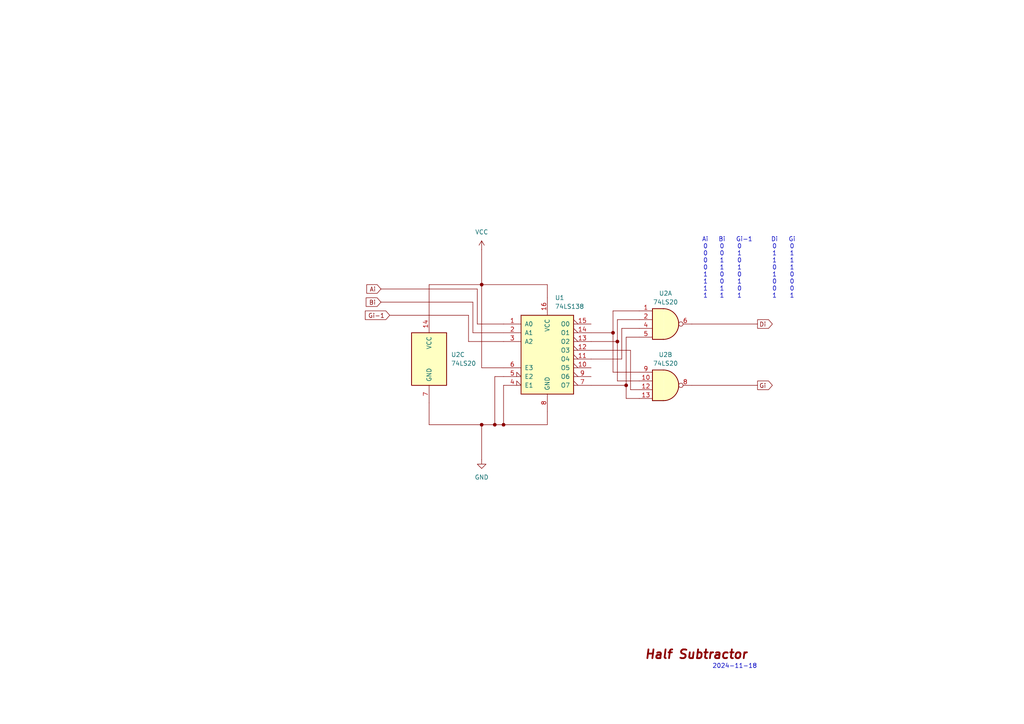
<source format=kicad_sch>
(kicad_sch (version 20231120) (generator "eeschema") (generator_version "8.0")
  (paper "A4")
  (lib_symbols
    (symbol "74xx:74LS138" (pin_names (offset 1.016))
      (property "Reference" "U" (at -7.62 11.43 0))
      (property "Value" "74LS138" (at -7.62 -13.97 0))
      (symbol "74LS138_1_0"
        (pin input line (at -12.7 7.62 0) (length 5.08) (name "A0") (number "1"))
        (pin output output_low (at 12.7 -5.08 180) (length 5.08) (name "O5") (number "10"))
        (pin output output_low (at 12.7 -2.54 180) (length 5.08) (name "O4") (number "11"))
        (pin output output_low (at 12.7 0 180) (length 5.08) (name "O3") (number "12"))
        (pin output output_low (at 12.7 2.54 180) (length 5.08) (name "O2") (number "13"))
        (pin output output_low (at 12.7 5.08 180) (length 5.08) (name "O1") (number "14"))
        (pin output output_low (at 12.7 7.62 180) (length 5.08) (name "O0") (number "15"))
        (pin power_in line (at 0 15.24 270) (length 5.08) (name "VCC") (number "16"))
        (pin input line (at -12.7 5.08 0) (length 5.08) (name "A1") (number "2"))
        (pin input line (at -12.7 2.54 0) (length 5.08) (name "A2") (number "3"))
        (pin input input_low (at -12.7 -10.16 0) (length 5.08) (name "E1") (number "4"))
        (pin input input_low (at -12.7 -7.62 0) (length 5.08) (name "E2") (number "5"))
        (pin input line (at -12.7 -5.08 0) (length 5.08) (name "E3") (number "6"))
        (pin output output_low (at 12.7 -10.16 180) (length 5.08) (name "O7") (number "7"))
        (pin power_in line (at 0 -17.78 90) (length 5.08) (name "GND") (number "8"))
        (pin output output_low (at 12.7 -7.62 180) (length 5.08) (name "O6") (number "9"))
      )
      (symbol "74LS138_1_1"
        (rectangle (start -7.62 10.16) (end 7.62 -12.7) (stroke (width 0.254)) (fill (type background)))
      )
    )
    (symbol "74xx:74LS20" (pin_names (offset 1.016))
      (property "Reference" "U" (at 0 1.27 0))
      (property "Value" "74LS20" (at 0 -1.27 0))
      (symbol "74LS20_1_1"
        (arc (start -0.635 -4.445) (mid 3.7907 0) (end -0.635 4.445) (stroke (width 0.254)) (fill (type background)))
        (polyline (pts (xy -0.635 4.445) (xy -3.81 4.445) (xy -3.81 -4.445) (xy -0.635 -4.445)) (stroke (width 0.254)) (fill (type background)))
        (pin input line (at -7.62 3.81 0) (length 3.81) (name "~") (number "1"))
        (pin input line (at -7.62 1.27 0) (length 3.81) (name "~") (number "2"))
        (pin input line (at -7.62 -1.27 0) (length 3.81) (name "~") (number "4"))
        (pin input line (at -7.62 -3.81 0) (length 3.81) (name "~") (number "5"))
        (pin output inverted (at 7.62 0 180) (length 3.81) (name "~") (number "6"))
      )
      (symbol "74LS20_1_2"
        (arc (start -3.81 -4.445) (mid -2.5908 0) (end -3.81 4.445) (stroke (width 0.254)))
        (arc (start -0.6096 -4.445) (mid 2.2246 -2.8422) (end 3.81 0) (stroke (width 0.254)) (fill (type background)))
        (polyline (pts (xy -3.81 -4.445) (xy -0.635 -4.445)) (stroke (width 0.254)) (fill (type background)))
        (polyline (pts (xy -3.81 4.445) (xy -0.635 4.445)) (stroke (width 0.254)) (fill (type background)))
        (polyline (pts (xy -0.635 4.445) (xy -3.81 4.445) (xy -3.81 4.445) (xy -3.6322 4.0894) (xy -3.0988 2.921) (xy -2.7686 1.6764) (xy -2.6162 0.4318) (xy -2.6416 -0.8636) (xy -2.8702 -2.1082) (xy -3.2512 -3.3274) (xy -3.81 -4.445) (xy -3.81 -4.445) (xy -0.635 -4.445)) (stroke (width -25.4)) (fill (type background)))
        (arc (start 3.81 0) (mid 2.2204 2.8379) (end -0.6096 4.445) (stroke (width 0.254)) (fill (type background)))
        (pin input inverted (at -7.62 3.81 0) (length 3.81) (name "~") (number "1"))
        (pin input inverted (at -7.62 1.27 0) (length 4.826) (name "~") (number "2"))
        (pin input inverted (at -7.62 -1.27 0) (length 4.826) (name "~") (number "4"))
        (pin input inverted (at -7.62 -3.81 0) (length 3.81) (name "~") (number "5"))
        (pin output line (at 7.62 0 180) (length 3.81) (name "~") (number "6"))
      )
      (symbol "74LS20_2_1"
        (arc (start -0.635 -4.445) (mid 3.7907 0) (end -0.635 4.445) (stroke (width 0.254)) (fill (type background)))
        (polyline (pts (xy -0.635 4.445) (xy -3.81 4.445) (xy -3.81 -4.445) (xy -0.635 -4.445)) (stroke (width 0.254)) (fill (type background)))
        (pin input line (at -7.62 1.27 0) (length 3.81) (name "~") (number "10"))
        (pin input line (at -7.62 -1.27 0) (length 3.81) (name "~") (number "12"))
        (pin input line (at -7.62 -3.81 0) (length 3.81) (name "~") (number "13"))
        (pin output inverted (at 7.62 0 180) (length 3.81) (name "~") (number "8"))
        (pin input line (at -7.62 3.81 0) (length 3.81) (name "~") (number "9"))
      )
      (symbol "74LS20_2_2"
        (arc (start -3.81 -4.445) (mid -2.5908 0) (end -3.81 4.445) (stroke (width 0.254)))
        (arc (start -0.6096 -4.445) (mid 2.2246 -2.8422) (end 3.81 0) (stroke (width 0.254)) (fill (type background)))
        (polyline (pts (xy -3.81 -4.445) (xy -0.635 -4.445)) (stroke (width 0.254)) (fill (type background)))
        (polyline (pts (xy -3.81 4.445) (xy -0.635 4.445)) (stroke (width 0.254)) (fill (type background)))
        (polyline (pts (xy -0.635 4.445) (xy -3.81 4.445) (xy -3.81 4.445) (xy -3.6322 4.0894) (xy -3.0988 2.921) (xy -2.7686 1.6764) (xy -2.6162 0.4318) (xy -2.6416 -0.8636) (xy -2.8702 -2.1082) (xy -3.2512 -3.3274) (xy -3.81 -4.445) (xy -3.81 -4.445) (xy -0.635 -4.445)) (stroke (width -25.4)) (fill (type background)))
        (arc (start 3.81 0) (mid 2.2204 2.8379) (end -0.6096 4.445) (stroke (width 0.254)) (fill (type background)))
        (pin input inverted (at -7.62 1.27 0) (length 4.826) (name "~") (number "10"))
        (pin input inverted (at -7.62 -1.27 0) (length 4.826) (name "~") (number "12"))
        (pin input inverted (at -7.62 -3.81 0) (length 3.81) (name "~") (number "13"))
        (pin output line (at 7.62 0 180) (length 3.81) (name "~") (number "8"))
        (pin input inverted (at -7.62 3.81 0) (length 3.81) (name "~") (number "9"))
      )
      (symbol "74LS20_3_0"
        (pin power_in line (at 0 12.7 270) (length 5.08) (name "VCC") (number "14"))
        (pin power_in line (at 0 -12.7 90) (length 5.08) (name "GND") (number "7"))
      )
      (symbol "74LS20_3_1"
        (rectangle (start -5.08 7.62) (end 5.08 -7.62) (stroke (width 0.254)) (fill (type background)))
      )
    )
    (symbol "power:GND" (power) (pin_numbers hide) (pin_names (offset 0) hide)
      (property "Value" "GND" (at 0 -3.81 0))
      (symbol "GND_0_1"
        (polyline (pts (xy 0 0) (xy 0 -1.27) (xy 1.27 -1.27) (xy 0 -2.54) (xy -1.27 -1.27) (xy 0 -1.27)))
      )
      (symbol "GND_1_1"
        (pin power_in line (at 0 0 270) (length 0) (name "~") (number "1"))
      )
    )
    (symbol "power:VCC" (power) (pin_numbers hide) (pin_names (offset 0) hide)
      (property "Value" "VCC" (at 0 3.556 0))
      (symbol "VCC_0_1"
        (polyline (pts (xy -0.762 1.27) (xy 0 2.54)))
        (polyline (pts (xy 0 0) (xy 0 2.54)))
        (polyline (pts (xy 0 2.54) (xy 0.762 1.27)))
      )
      (symbol "VCC_1_1"
        (pin power_in line (at 0 0 90) (length 0) (name "~") (number "1"))
      )
    )
  )
  (junction (at 181.61 111.76) (color 132 0 0 1))
  (junction (at 179.07 99.06) (color 132 0 0 1))
  (junction (at 139.7 82.55) (color 132 0 0 1))
  (junction (at 143.51 123.19) (color 132 0 0 1))
  (junction (at 139.7 123.19) (color 132 0 0 1))
  (junction (at 177.8 96.52) (color 132 0 0 1))
  (junction (at 146.05 123.19) (color 132 0 0 1))
  (wire (pts (xy 171.45 99.06) (xy 179.07 99.06)) (stroke (width 0) (color 132 0 0 1)))
  (wire (pts (xy 124.46 123.19) (xy 124.46 116.84)) (stroke (width 0) (color 132 0 0 1)))
  (wire (pts (xy 179.07 92.71) (xy 185.42 92.71)) (stroke (width 0) (color 132 0 0 1)))
  (wire (pts (xy 185.42 110.49) (xy 179.07 110.49)) (stroke (width 0) (color 132 0 0 1)))
  (wire (pts (xy 158.75 86.36) (xy 158.75 82.55)) (stroke (width 0) (color 132 0 0 1)))
  (wire (pts (xy 137.16 96.52) (xy 146.05 96.52)) (stroke (width 0) (color 132 0 0 1)))
  (wire (pts (xy 171.45 96.52) (xy 177.8 96.52)) (stroke (width 0) (color 132 0 0 1)))
  (wire (pts (xy 139.7 123.19) (xy 139.7 133.35)) (stroke (width 0) (color 132 0 0 1)))
  (wire (pts (xy 171.45 111.76) (xy 181.61 111.76)) (stroke (width 0) (color 132 0 0 1)))
  (wire (pts (xy 219.71 93.98) (xy 200.66 93.98)) (stroke (width 0) (color 132 0 0 1)))
  (wire (pts (xy 143.51 123.19) (xy 139.7 123.19)) (stroke (width 0) (color 132 0 0 1)))
  (wire (pts (xy 138.43 83.82) (xy 138.43 93.98)) (stroke (width 0) (color 132 0 0 1)))
  (wire (pts (xy 146.05 111.76) (xy 146.05 123.19)) (stroke (width 0) (color 132 0 0 1)))
  (wire (pts (xy 182.88 101.6) (xy 182.88 113.03)) (stroke (width 0) (color 132 0 0 1)))
  (wire (pts (xy 177.8 90.17) (xy 185.42 90.17)) (stroke (width 0) (color 132 0 0 1)))
  (wire (pts (xy 110.49 87.63) (xy 137.16 87.63)) (stroke (width 0) (color 132 0 0 1)))
  (wire (pts (xy 181.61 115.57) (xy 181.61 111.76)) (stroke (width 0) (color 132 0 0 1)))
  (wire (pts (xy 137.16 87.63) (xy 137.16 96.52)) (stroke (width 0) (color 132 0 0 1)))
  (wire (pts (xy 113.03 91.44) (xy 135.89 91.44)) (stroke (width 0) (color 132 0 0 1)))
  (wire (pts (xy 181.61 97.79) (xy 185.42 97.79)) (stroke (width 0) (color 132 0 0 1)))
  (wire (pts (xy 135.89 99.06) (xy 146.05 99.06)) (stroke (width 0) (color 132 0 0 1)))
  (wire (pts (xy 139.7 82.55) (xy 139.7 72.39)) (stroke (width 0) (color 132 0 0 1)))
  (wire (pts (xy 146.05 106.68) (xy 139.7 106.68)) (stroke (width 0) (color 132 0 0 1)))
  (wire (pts (xy 177.8 107.95) (xy 177.8 96.52)) (stroke (width 0) (color 132 0 0 1)))
  (wire (pts (xy 158.75 123.19) (xy 146.05 123.19)) (stroke (width 0) (color 132 0 0 1)))
  (wire (pts (xy 180.34 95.25) (xy 185.42 95.25)) (stroke (width 0) (color 132 0 0 1)))
  (wire (pts (xy 124.46 82.55) (xy 139.7 82.55)) (stroke (width 0) (color 132 0 0 1)))
  (wire (pts (xy 135.89 91.44) (xy 135.89 99.06)) (stroke (width 0) (color 132 0 0 1)))
  (wire (pts (xy 171.45 104.14) (xy 180.34 104.14)) (stroke (width 0) (color 132 0 0 1)))
  (wire (pts (xy 219.71 111.76) (xy 200.66 111.76)) (stroke (width 0) (color 132 0 0 1)))
  (wire (pts (xy 146.05 123.19) (xy 143.51 123.19)) (stroke (width 0) (color 132 0 0 1)))
  (wire (pts (xy 179.07 110.49) (xy 179.07 99.06)) (stroke (width 0) (color 132 0 0 1)))
  (wire (pts (xy 185.42 107.95) (xy 177.8 107.95)) (stroke (width 0) (color 132 0 0 1)))
  (wire (pts (xy 181.61 111.76) (xy 181.61 97.79)) (stroke (width 0) (color 132 0 0 1)))
  (wire (pts (xy 177.8 96.52) (xy 177.8 90.17)) (stroke (width 0) (color 132 0 0 1)))
  (wire (pts (xy 143.51 109.22) (xy 143.51 123.19)) (stroke (width 0) (color 132 0 0 1)))
  (wire (pts (xy 180.34 104.14) (xy 180.34 95.25)) (stroke (width 0) (color 132 0 0 1)))
  (wire (pts (xy 139.7 123.19) (xy 124.46 123.19)) (stroke (width 0) (color 132 0 0 1)))
  (wire (pts (xy 146.05 109.22) (xy 143.51 109.22)) (stroke (width 0) (color 132 0 0 1)))
  (wire (pts (xy 171.45 101.6) (xy 182.88 101.6)) (stroke (width 0) (color 132 0 0 1)))
  (wire (pts (xy 179.07 99.06) (xy 179.07 92.71)) (stroke (width 0) (color 132 0 0 1)))
  (wire (pts (xy 158.75 82.55) (xy 139.7 82.55)) (stroke (width 0) (color 132 0 0 1)))
  (wire (pts (xy 138.43 93.98) (xy 146.05 93.98)) (stroke (width 0) (color 132 0 0 1)))
  (wire (pts (xy 158.75 119.38) (xy 158.75 123.19)) (stroke (width 0) (color 132 0 0 1)))
  (wire (pts (xy 110.49 83.82) (xy 138.43 83.82)) (stroke (width 0) (color 132 0 0 1)))
  (wire (pts (xy 124.46 91.44) (xy 124.46 82.55)) (stroke (width 0) (color 132 0 0 1)))
  (wire (pts (xy 139.7 106.68) (xy 139.7 82.55)) (stroke (width 0) (color 132 0 0 1)))
  (wire (pts (xy 185.42 115.57) (xy 181.61 115.57)) (stroke (width 0) (color 132 0 0 1)))
  (wire (pts (xy 182.88 113.03) (xy 185.42 113.03)) (stroke (width 0) (color 132 0 0 1)))
  (text "2024-11-18" (at 213.106 193.294 0) (effects (font (size 1.27 1.27))))
  (text "Half Subtractor" (at 201.93 189.992 0) (effects (font (size 2.54 2.54) (thickness 0.508) (bold yes) (italic yes))))
  (text "Ai	Bi	Gi-1	Di	Gi\n0	0	0		0	0\n0	0	1		1	1\n0	1	0		1	1\n0	1	1		0	1\n1	0	0		1	0\n1	0	1		0	0\n1	1	0		0	0\n1	1	1		1	1" (at 217.17 77.724 0) (effects (font (size 1.27 1.27))))
  (global_label "Ai" (shape input) (at 110.49 83.82 180) (property "Intersheetrefs" "${INTERSHEET_REFS}" (effects (hide yes))))
  (global_label "Gi" (shape output) (at 219.71 111.76 0) (property "Intersheetrefs" "${INTERSHEET_REFS}" (effects (hide yes))))
  (global_label "Di" (shape output) (at 219.71 93.98 0) (property "Intersheetrefs" "${INTERSHEET_REFS}" (effects (hide yes))))
  (global_label "Bi" (shape input) (at 110.49 87.63 180) (property "Intersheetrefs" "${INTERSHEET_REFS}" (effects (hide yes))))
  (global_label "Gi-1" (shape input) (at 113.03 91.44 180) (property "Intersheetrefs" "${INTERSHEET_REFS}" (effects (hide yes))))
  (symbol (lib_id "power:GND") (at 139.7 133.35 0) (unit 1)
    (property "Reference" "#PWR01" (effects (hide yes)))
    (property "Value" "GND" (at 139.7 138.43 0))
    (property "Description" "Power symbol creates a global label with name \"GND\" , ground" (effects (hide yes)))
  )
  (symbol (lib_id "74xx:74LS20") (at 193.04 93.98 0) (unit 1)
    (property "Reference" "U2" (at 193.0303 85.09 0))
    (property "Value" "74LS20" (at 193.0303 87.63 0))
    (property "Datasheet" "http://www.ti.com/lit/gpn/sn74LS20" (effects (hide yes)))
    (property "Description" "Dual 4-input NAND" (effects (hide yes)))
  )
  (symbol (lib_id "power:VCC") (at 139.7 72.39 0) (unit 1)
    (property "Reference" "#PWR02" (effects (hide yes)))
    (property "Value" "VCC" (at 139.7 67.31 0))
    (property "Description" "Power symbol creates a global label with name \"VCC\"" (effects (hide yes)))
  )
  (symbol (lib_id "74xx:74LS20") (at 193.04 111.76 0) (unit 2)
    (property "Reference" "U2" (at 193.0303 102.87 0))
    (property "Value" "74LS20" (at 193.0303 105.41 0))
    (property "Datasheet" "http://www.ti.com/lit/gpn/sn74LS20" (effects (hide yes)))
    (property "Description" "Dual 4-input NAND" (effects (hide yes)))
  )
  (symbol (lib_id "74xx:74LS138") (at 158.75 101.6 0) (unit 1)
    (property "Reference" "U1" (at 160.9441 86.36 0) (effects (justify left)))
    (property "Value" "74LS138" (at 160.9441 88.9 0) (effects (justify left)))
    (property "Datasheet" "http://www.ti.com/lit/gpn/sn74LS138" (effects (hide yes)))
    (property "Description" "Decoder 3 to 8 active low outputs" (effects (hide yes)))
  )
  (symbol (lib_id "74xx:74LS20") (at 124.46 104.14 0) (unit 3)
    (property "Reference" "U2" (at 130.81 102.8699 0) (effects (justify left)))
    (property "Value" "74LS20" (at 130.81 105.4099 0) (effects (justify left)))
    (property "Datasheet" "http://www.ti.com/lit/gpn/sn74LS20" (effects (hide yes)))
    (property "Description" "Dual 4-input NAND" (effects (hide yes)))
  )
)
</source>
